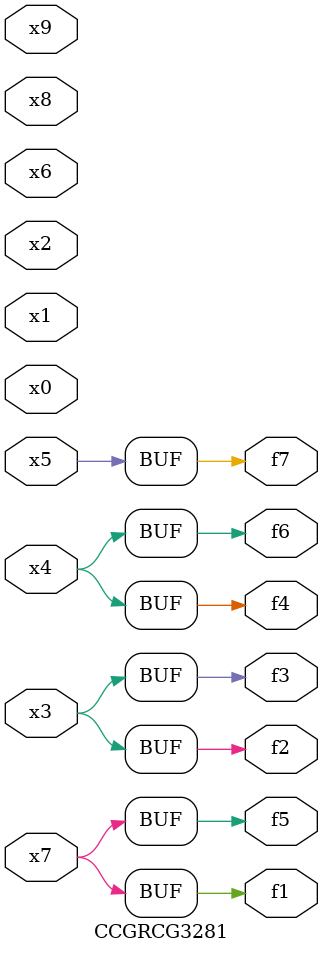
<source format=v>
module CCGRCG3281(
	input x0, x1, x2, x3, x4, x5, x6, x7, x8, x9,
	output f1, f2, f3, f4, f5, f6, f7
);
	assign f1 = x7;
	assign f2 = x3;
	assign f3 = x3;
	assign f4 = x4;
	assign f5 = x7;
	assign f6 = x4;
	assign f7 = x5;
endmodule

</source>
